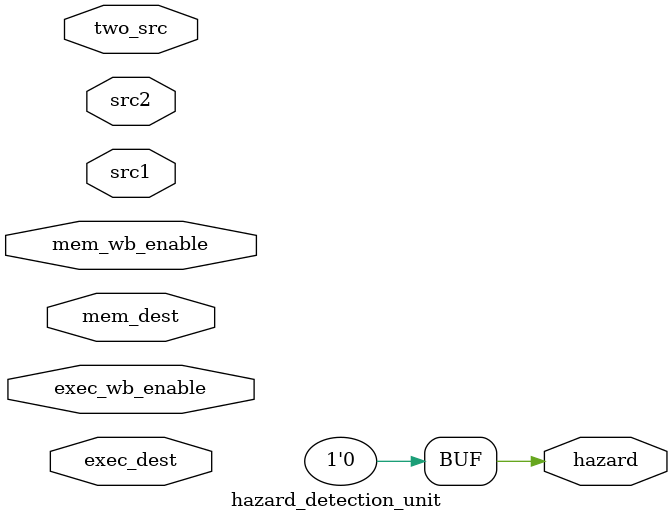
<source format=v>
module hazard_detection_unit (
  input [3:0] src1, src2, exec_dest, mem_dest,
  input exec_wb_enable, mem_wb_enable, two_src,
  output reg hazard
);

  always@(*)begin
    if (
      (exec_wb_enable && exec_dest==src1) ||
      (exec_wb_enable && exec_dest==src2 && two_src) ||
      (mem_wb_enable && mem_dest==src1) ||
      (mem_wb_enable && mem_dest==src2 && two_src)
      ) 
    begin
        hazard <= 0; // CHANGE BACK TO 1
    end
    else begin
      hazard <= 0;
    end
  end

endmodule

</source>
